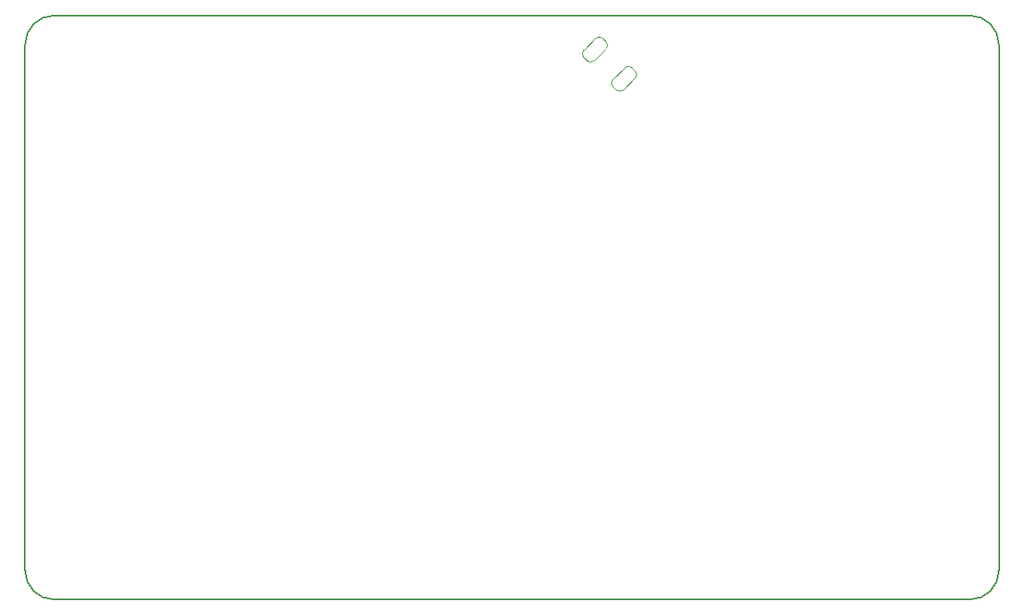
<source format=gbr>
G04 #@! TF.FileFunction,Profile,NP*
%FSLAX46Y46*%
G04 Gerber Fmt 4.6, Leading zero omitted, Abs format (unit mm)*
G04 Created by KiCad (PCBNEW (2015-08-16 BZR 6096, Git c63f6aa)-product) date Sun 16 Aug 2015 06:36:37 PM PDT*
%MOMM*%
G01*
G04 APERTURE LIST*
%ADD10C,0.100000*%
%ADD11C,0.150000*%
%ADD12C,0.010000*%
G04 APERTURE END LIST*
D10*
D11*
X200000000Y-57000000D02*
G75*
G03X197000000Y-54000000I-3000000J0D01*
G01*
X103000000Y-54000000D02*
G75*
G03X100000000Y-57000000I0J-3000000D01*
G01*
X100000000Y-111000000D02*
G75*
G03X103000000Y-114000000I3000000J0D01*
G01*
X197000000Y-114000000D02*
G75*
G03X200000000Y-111000000I0J3000000D01*
G01*
X200000000Y-57000000D02*
X200000000Y-111000000D01*
X103000000Y-54000000D02*
X197000000Y-54000000D01*
X100000000Y-111000000D02*
X100000000Y-57000000D01*
X197000000Y-114000000D02*
X103000000Y-114000000D01*
D12*
X157704505Y-58649049D02*
X157350951Y-58295495D01*
X159649049Y-57411612D02*
X158411612Y-58649049D01*
X159295495Y-56350951D02*
X159649049Y-56704505D01*
X157350951Y-57588388D02*
X158588388Y-56350951D01*
X157350952Y-57588388D02*
G75*
G03X157350951Y-58295495I353553J-353554D01*
G01*
X157704504Y-58649049D02*
G75*
G03X158411612Y-58649049I353554J353554D01*
G01*
X159649048Y-57411612D02*
G75*
G03X159649049Y-56704505I-353553J353554D01*
G01*
X159295496Y-56350951D02*
G75*
G03X158588388Y-56350951I-353554J-353554D01*
G01*
X160704505Y-61649049D02*
X160350951Y-61295495D01*
X162649049Y-60411612D02*
X161411612Y-61649049D01*
X162295495Y-59350951D02*
X162649049Y-59704505D01*
X160350951Y-60588388D02*
X161588388Y-59350951D01*
X160350952Y-60588388D02*
G75*
G03X160350951Y-61295495I353553J-353554D01*
G01*
X160704504Y-61649049D02*
G75*
G03X161411612Y-61649049I353554J353554D01*
G01*
X162649048Y-60411612D02*
G75*
G03X162649049Y-59704505I-353553J353554D01*
G01*
X162295496Y-59350951D02*
G75*
G03X161588388Y-59350951I-353554J-353554D01*
G01*
M02*

</source>
